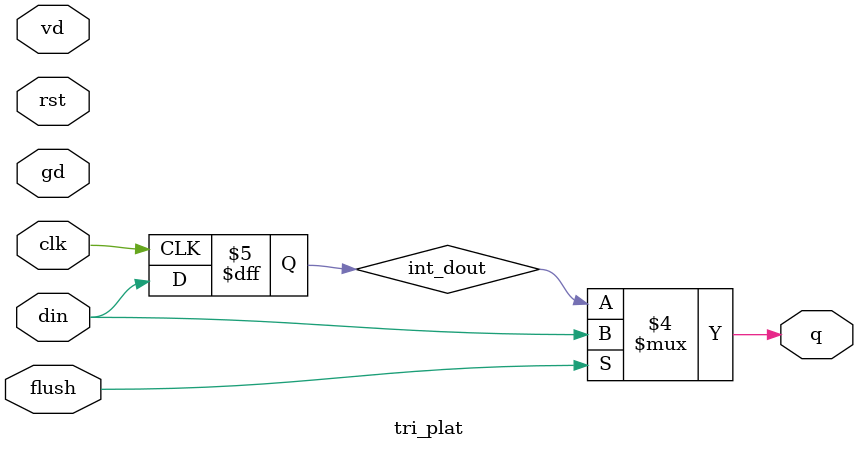
<source format=v>

`timescale 1 ns / 1 ns


`include "tri_a2o.vh"

module tri_plat (vd, gd, clk, rst, flush, din, q);
   parameter                      WIDTH = 1;
   parameter                      OFFSET = 0;
   parameter                      INIT = 0;		// will be converted to the least signficant 31 bits of init_v
   parameter                      SYNTHCLONEDLATCH = "";

   inout                          vd;
   inout                          gd;
   input                          clk;
   input                          rst;
   input                          flush;
   input  [OFFSET:OFFSET+WIDTH-1] din;
   output [OFFSET:OFFSET+WIDTH-1] q;

   // tri_plat
   reg  [OFFSET:OFFSET+WIDTH-1]  int_dout;

   (* analysis_not_referenced="true" *)
   wire                          unused;
   assign unused = | {vd, gd};


   always @ (posedge clk)
     begin
 	int_dout <= din;
     end

   assign q = (flush == 1'b1) ? din : int_dout ;

endmodule

</source>
